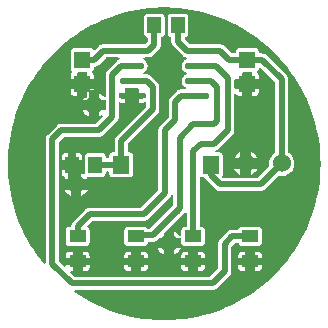
<source format=gtl>
G04 Layer: TopLayer*
G04 EasyEDA v6.5.22, 2023-02-12 10:45:47*
G04 3d9444fe1cb54b23bce2806f6c367247,ed70181f279245e6aff80281ee7dc86a,10*
G04 Gerber Generator version 0.2*
G04 Scale: 100 percent, Rotated: No, Reflected: No *
G04 Dimensions in millimeters *
G04 leading zeros omitted , absolute positions ,4 integer and 5 decimal *
%FSLAX45Y45*%
%MOMM*%

%AMMACRO1*21,1,$1,$2,0,0,$3*%
%ADD10C,0.5000*%
%ADD11O,2.0450048X0.58801*%
%ADD12R,1.3970X1.0160*%
%ADD13R,1.4000X1.5000*%
%ADD14MACRO1,1.377X1.1325X90.0000*%
%ADD15MACRO1,1.35X1.41X0.0000*%
%ADD16R,1.3500X1.4100*%
%ADD17C,1.5240*%
%ADD18C,0.0141*%

%LPD*%
G36*
X4974132Y3676142D02*
G01*
X4922824Y3678123D01*
X4871618Y3682136D01*
X4820615Y3688079D01*
X4769866Y3696055D01*
X4719472Y3705961D01*
X4669536Y3717798D01*
X4620056Y3731564D01*
X4571136Y3747262D01*
X4522876Y3764838D01*
X4475378Y3784244D01*
X4428591Y3805529D01*
X4382719Y3828592D01*
X4337761Y3853383D01*
X4293819Y3879951D01*
X4250893Y3908145D01*
X4242917Y3913886D01*
X4240072Y3916984D01*
X4238752Y3920998D01*
X4239158Y3925214D01*
X4241241Y3928922D01*
X4244695Y3931412D01*
X4248810Y3932275D01*
X5409996Y3932275D01*
X5415026Y3932529D01*
X5419852Y3933139D01*
X5424576Y3934206D01*
X5429199Y3935628D01*
X5433669Y3937508D01*
X5437936Y3939743D01*
X5442051Y3942334D01*
X5445861Y3945280D01*
X5449620Y3948684D01*
X5550916Y4049979D01*
X5554319Y4053738D01*
X5557266Y4057548D01*
X5559856Y4061663D01*
X5562092Y4065930D01*
X5563971Y4070400D01*
X5565394Y4075023D01*
X5566460Y4079748D01*
X5567070Y4084574D01*
X5567324Y4089603D01*
X5567324Y4295902D01*
X5568086Y4299762D01*
X5570270Y4303064D01*
X5595315Y4328109D01*
X5598617Y4330293D01*
X5602478Y4331055D01*
X5620105Y4331055D01*
X5623712Y4330395D01*
X5626862Y4328464D01*
X5629148Y4325569D01*
X5632602Y4318762D01*
X5636361Y4314240D01*
X5640933Y4310430D01*
X5646216Y4307636D01*
X5651957Y4305858D01*
X5658358Y4305249D01*
X5797092Y4305249D01*
X5803493Y4305858D01*
X5809234Y4307636D01*
X5814517Y4310430D01*
X5819089Y4314240D01*
X5822899Y4318812D01*
X5825693Y4324096D01*
X5827471Y4329836D01*
X5828080Y4336237D01*
X5828080Y4436872D01*
X5827471Y4443272D01*
X5825693Y4449013D01*
X5822899Y4454296D01*
X5819089Y4458868D01*
X5814517Y4462678D01*
X5809234Y4465472D01*
X5803493Y4467250D01*
X5797092Y4467860D01*
X5658358Y4467860D01*
X5651957Y4467250D01*
X5646216Y4465472D01*
X5640933Y4462678D01*
X5636361Y4458868D01*
X5632602Y4454347D01*
X5629148Y4447590D01*
X5626862Y4444695D01*
X5623712Y4442764D01*
X5620105Y4442104D01*
X5575503Y4442104D01*
X5570474Y4441850D01*
X5565648Y4441240D01*
X5560923Y4440174D01*
X5556300Y4438751D01*
X5551830Y4436872D01*
X5547563Y4434636D01*
X5543448Y4432046D01*
X5539638Y4429099D01*
X5535879Y4425696D01*
X5472684Y4362500D01*
X5469280Y4358741D01*
X5466334Y4354931D01*
X5463743Y4350816D01*
X5461508Y4346549D01*
X5459628Y4342079D01*
X5458206Y4337456D01*
X5457139Y4332732D01*
X5456529Y4327906D01*
X5456275Y4322876D01*
X5456275Y4116578D01*
X5455513Y4112717D01*
X5453329Y4109415D01*
X5390184Y4046270D01*
X5386882Y4044086D01*
X5383022Y4043324D01*
X4243578Y4043324D01*
X4239717Y4044086D01*
X4236415Y4046270D01*
X4208170Y4074566D01*
X4205935Y4077817D01*
X4205173Y4081729D01*
X4205935Y4085590D01*
X4208170Y4088892D01*
X4211472Y4091127D01*
X4215333Y4091889D01*
X4225950Y4091889D01*
X4225950Y4141419D01*
X4166870Y4141419D01*
X4166108Y4136491D01*
X4163872Y4133189D01*
X4160570Y4130954D01*
X4156710Y4130192D01*
X4152798Y4130954D01*
X4149547Y4133189D01*
X4109770Y4172915D01*
X4107586Y4176217D01*
X4106824Y4180078D01*
X4106824Y5179822D01*
X4107586Y5183682D01*
X4109770Y5186984D01*
X4147515Y5224729D01*
X4150817Y5226913D01*
X4154678Y5227675D01*
X4444796Y5227675D01*
X4449826Y5227929D01*
X4454652Y5228539D01*
X4459376Y5229606D01*
X4463999Y5231028D01*
X4468469Y5232908D01*
X4472736Y5235143D01*
X4476851Y5237734D01*
X4480661Y5240680D01*
X4484420Y5244084D01*
X4598416Y5358079D01*
X4601819Y5361838D01*
X4604766Y5365648D01*
X4607356Y5369763D01*
X4609592Y5374030D01*
X4611471Y5378500D01*
X4612894Y5383123D01*
X4613960Y5387848D01*
X4614570Y5392674D01*
X4614824Y5397703D01*
X4614824Y5511647D01*
X4615586Y5515559D01*
X4617821Y5518912D01*
X4621174Y5521096D01*
X4625136Y5521807D01*
X4629048Y5520944D01*
X4634280Y5518658D01*
X4643831Y5516219D01*
X4654143Y5515406D01*
X4669078Y5515406D01*
X4669078Y5554268D01*
X4624984Y5554268D01*
X4621072Y5555030D01*
X4617770Y5557215D01*
X4615586Y5560517D01*
X4614824Y5564428D01*
X4614824Y5586171D01*
X4615586Y5590082D01*
X4617770Y5593384D01*
X4621072Y5595569D01*
X4624984Y5596331D01*
X4669078Y5596331D01*
X4669078Y5632246D01*
X4669840Y5636107D01*
X4672025Y5639409D01*
X4675327Y5641594D01*
X4679238Y5642406D01*
X4773879Y5642406D01*
X4777740Y5641594D01*
X4781042Y5639409D01*
X4783226Y5636107D01*
X4784039Y5632246D01*
X4784039Y5596331D01*
X4836515Y5596331D01*
X4840427Y5595569D01*
X4843729Y5593384D01*
X4845913Y5590082D01*
X4846675Y5586171D01*
X4846675Y5564428D01*
X4845913Y5560517D01*
X4843729Y5557215D01*
X4840427Y5555030D01*
X4836515Y5554268D01*
X4784039Y5554268D01*
X4784039Y5515406D01*
X4798974Y5515406D01*
X4809236Y5516219D01*
X4818837Y5518658D01*
X4827879Y5522620D01*
X4830978Y5524652D01*
X4835042Y5526176D01*
X4839360Y5525922D01*
X4843170Y5523839D01*
X4845761Y5520385D01*
X4846675Y5516168D01*
X4846675Y5488178D01*
X4845913Y5484317D01*
X4843729Y5481015D01*
X4597400Y5234736D01*
X4593996Y5230977D01*
X4591050Y5227167D01*
X4588459Y5223052D01*
X4586224Y5218785D01*
X4584344Y5214315D01*
X4582922Y5209692D01*
X4581855Y5204968D01*
X4581245Y5200142D01*
X4580991Y5195112D01*
X4580991Y5106771D01*
X4580229Y5102860D01*
X4578045Y5099558D01*
X4574743Y5097373D01*
X4570831Y5096611D01*
X4567021Y5096611D01*
X4560570Y5095951D01*
X4554829Y5094224D01*
X4549597Y5091430D01*
X4544974Y5087620D01*
X4541164Y5082997D01*
X4538370Y5077764D01*
X4536643Y5072024D01*
X4535982Y5065572D01*
X4535982Y5056784D01*
X4535220Y5052872D01*
X4533036Y5049570D01*
X4529734Y5047386D01*
X4525822Y5046624D01*
X4515307Y5046624D01*
X4511395Y5047386D01*
X4508093Y5049570D01*
X4505909Y5052872D01*
X4505147Y5056784D01*
X4505147Y5059426D01*
X4504486Y5065877D01*
X4502759Y5071618D01*
X4499965Y5076850D01*
X4496155Y5081473D01*
X4491532Y5085283D01*
X4486300Y5088077D01*
X4480560Y5089804D01*
X4474108Y5090464D01*
X4361891Y5090464D01*
X4355439Y5089804D01*
X4349699Y5088077D01*
X4344466Y5085283D01*
X4339844Y5081473D01*
X4336034Y5076850D01*
X4333240Y5071618D01*
X4331512Y5065877D01*
X4330852Y5059426D01*
X4330852Y4922266D01*
X4329938Y4918049D01*
X4327398Y4914595D01*
X4323638Y4912512D01*
X4319371Y4912156D01*
X4315307Y4913630D01*
X4309922Y4917033D01*
X4307332Y4919268D01*
X4305706Y4922266D01*
X4305147Y4925618D01*
X4305147Y4950307D01*
X4279341Y4950307D01*
X4288028Y4948529D01*
X4292041Y4947158D01*
X4295648Y4945024D01*
X4298086Y4941620D01*
X4298950Y4937506D01*
X4298950Y4870450D01*
X4351274Y4870450D01*
X4347768Y4877511D01*
X4346752Y4881676D01*
X4347514Y4885893D01*
X4349953Y4889449D01*
X4353610Y4891633D01*
X4357878Y4892141D01*
X4361891Y4891735D01*
X4474108Y4891735D01*
X4480560Y4892395D01*
X4486300Y4894122D01*
X4491532Y4896916D01*
X4496155Y4900726D01*
X4499965Y4905349D01*
X4502759Y4910582D01*
X4504486Y4916322D01*
X4505147Y4922723D01*
X4505147Y4925415D01*
X4505909Y4929327D01*
X4508093Y4932629D01*
X4511395Y4934813D01*
X4515307Y4935575D01*
X4525822Y4935575D01*
X4529734Y4934813D01*
X4533036Y4932629D01*
X4535220Y4929327D01*
X4535982Y4925415D01*
X4535982Y4916576D01*
X4536643Y4910175D01*
X4538370Y4904435D01*
X4541164Y4899152D01*
X4544974Y4894580D01*
X4549597Y4890770D01*
X4554829Y4887976D01*
X4560570Y4886198D01*
X4567021Y4885588D01*
X4706010Y4885588D01*
X4712462Y4886198D01*
X4718151Y4887976D01*
X4723434Y4890770D01*
X4728057Y4894580D01*
X4731816Y4899152D01*
X4734661Y4904435D01*
X4736388Y4910175D01*
X4736998Y4916576D01*
X4736998Y5065572D01*
X4736388Y5072024D01*
X4734661Y5077764D01*
X4731816Y5082997D01*
X4728057Y5087620D01*
X4723434Y5091430D01*
X4718151Y5094224D01*
X4712462Y5095951D01*
X4706010Y5096611D01*
X4702200Y5096611D01*
X4698288Y5097373D01*
X4694986Y5099558D01*
X4692802Y5102860D01*
X4692040Y5106771D01*
X4692040Y5168138D01*
X4692802Y5171998D01*
X4694986Y5175300D01*
X4941316Y5421579D01*
X4944719Y5425338D01*
X4947666Y5429148D01*
X4950256Y5433263D01*
X4952492Y5437530D01*
X4954371Y5442000D01*
X4955794Y5446623D01*
X4956860Y5451348D01*
X4957470Y5456174D01*
X4957724Y5461203D01*
X4957724Y5651296D01*
X4957470Y5656326D01*
X4956860Y5661152D01*
X4955794Y5665876D01*
X4954371Y5670499D01*
X4952492Y5674969D01*
X4950256Y5679236D01*
X4947666Y5683351D01*
X4944719Y5687161D01*
X4941316Y5690920D01*
X4890820Y5741416D01*
X4887061Y5744819D01*
X4883251Y5747766D01*
X4879136Y5750356D01*
X4874869Y5752592D01*
X4870399Y5754471D01*
X4865776Y5755894D01*
X4861052Y5756960D01*
X4856226Y5757570D01*
X4851196Y5757824D01*
X4833213Y5757824D01*
X4828997Y5758738D01*
X4825542Y5761278D01*
X4823460Y5765088D01*
X4823104Y5769356D01*
X4824628Y5773420D01*
X4827625Y5776468D01*
X4836160Y5782056D01*
X4843424Y5788761D01*
X4849520Y5796534D01*
X4854244Y5805271D01*
X4857445Y5814618D01*
X4859070Y5824372D01*
X4859070Y5834227D01*
X4857445Y5843981D01*
X4854244Y5853328D01*
X4849520Y5862066D01*
X4843424Y5869838D01*
X4836160Y5876544D01*
X4827625Y5882132D01*
X4824628Y5885180D01*
X4823104Y5889244D01*
X4823460Y5893511D01*
X4825542Y5897321D01*
X4828997Y5899861D01*
X4833213Y5900775D01*
X4863896Y5900775D01*
X4868926Y5901029D01*
X4873752Y5901639D01*
X4878476Y5902706D01*
X4883099Y5904128D01*
X4887569Y5906008D01*
X4891836Y5908243D01*
X4895951Y5910834D01*
X4899761Y5913780D01*
X4903520Y5917184D01*
X4955540Y5969203D01*
X4958943Y5972962D01*
X4961890Y5976772D01*
X4964480Y5980887D01*
X4966716Y5985154D01*
X4968595Y5989624D01*
X4970018Y5994247D01*
X4971084Y5998972D01*
X4971694Y6003798D01*
X4971948Y6008827D01*
X4971948Y6063792D01*
X4972862Y6067958D01*
X4975402Y6071412D01*
X4979162Y6073495D01*
X4984800Y6075222D01*
X4990033Y6078016D01*
X4994656Y6081826D01*
X4998466Y6086449D01*
X5001260Y6091682D01*
X5002987Y6097422D01*
X5003647Y6103823D01*
X5003647Y6240526D01*
X5002987Y6246977D01*
X5001260Y6252718D01*
X4998466Y6257950D01*
X4994656Y6262573D01*
X4990033Y6266383D01*
X4984800Y6269177D01*
X4979060Y6270904D01*
X4972608Y6271564D01*
X4860391Y6271564D01*
X4853940Y6270904D01*
X4848199Y6269177D01*
X4842967Y6266383D01*
X4838344Y6262573D01*
X4834534Y6257950D01*
X4831740Y6252718D01*
X4830013Y6246977D01*
X4829352Y6240526D01*
X4829352Y6103823D01*
X4830013Y6097422D01*
X4831740Y6091682D01*
X4834534Y6086449D01*
X4838344Y6081826D01*
X4842967Y6078016D01*
X4848199Y6075222D01*
X4853686Y6073546D01*
X4857445Y6071463D01*
X4860036Y6068009D01*
X4860899Y6063843D01*
X4860899Y6035802D01*
X4860137Y6031941D01*
X4857953Y6028639D01*
X4844084Y6014770D01*
X4840782Y6012586D01*
X4836922Y6011824D01*
X4823510Y6011824D01*
X4809236Y6015380D01*
X4798974Y6016193D01*
X4654143Y6016193D01*
X4643831Y6015380D01*
X4633671Y6012688D01*
X4629556Y6011824D01*
X4483303Y6011824D01*
X4478274Y6011570D01*
X4473448Y6010960D01*
X4468723Y6009894D01*
X4464100Y6008471D01*
X4459630Y6006592D01*
X4455363Y6004356D01*
X4451248Y6001766D01*
X4447438Y5998819D01*
X4443679Y5995416D01*
X4413300Y5964986D01*
X4409795Y5962700D01*
X4405630Y5962040D01*
X4401566Y5963107D01*
X4398264Y5965748D01*
X4394352Y5970524D01*
X4389729Y5974334D01*
X4384446Y5977128D01*
X4378756Y5978855D01*
X4372305Y5979515D01*
X4238294Y5979515D01*
X4231843Y5978855D01*
X4226153Y5977128D01*
X4220870Y5974334D01*
X4216247Y5970524D01*
X4212488Y5965901D01*
X4209643Y5960668D01*
X4207916Y5954928D01*
X4207306Y5948527D01*
X4207306Y5808522D01*
X4207916Y5802071D01*
X4209643Y5796330D01*
X4212488Y5791098D01*
X4219143Y5782868D01*
X4220108Y5778500D01*
X4219143Y5774131D01*
X4212488Y5765901D01*
X4209643Y5760669D01*
X4207916Y5754928D01*
X4207306Y5748477D01*
X4207306Y5720080D01*
X4265218Y5720080D01*
X4265218Y5767324D01*
X4265980Y5771235D01*
X4268165Y5774537D01*
X4271467Y5776722D01*
X4275378Y5777484D01*
X4335221Y5777484D01*
X4339132Y5776722D01*
X4342434Y5774537D01*
X4344619Y5771235D01*
X4345381Y5767324D01*
X4345381Y5720080D01*
X4403293Y5720080D01*
X4403293Y5748477D01*
X4402683Y5754928D01*
X4400956Y5760669D01*
X4398111Y5765901D01*
X4391456Y5774131D01*
X4390491Y5778500D01*
X4391456Y5782868D01*
X4398111Y5791098D01*
X4400956Y5796330D01*
X4402683Y5802071D01*
X4403293Y5808522D01*
X4403293Y5813501D01*
X4404004Y5817158D01*
X4405934Y5820359D01*
X4408881Y5822594D01*
X4412488Y5823610D01*
X4415078Y5823864D01*
X4419650Y5824880D01*
X4424273Y5826353D01*
X4428744Y5828182D01*
X4433062Y5830417D01*
X4437126Y5833059D01*
X4440986Y5836005D01*
X4444695Y5839409D01*
X4503115Y5897829D01*
X4506417Y5900013D01*
X4510278Y5900775D01*
X4612132Y5900775D01*
X4616043Y5900013D01*
X4619294Y5897829D01*
X4621530Y5894527D01*
X4622292Y5890615D01*
X4621530Y5886754D01*
X4619294Y5883452D01*
X4616043Y5881268D01*
X4612030Y5879592D01*
X4607763Y5877356D01*
X4603648Y5874766D01*
X4599838Y5871819D01*
X4596079Y5868416D01*
X4520184Y5792520D01*
X4516780Y5788761D01*
X4513834Y5784951D01*
X4511243Y5780836D01*
X4509008Y5776569D01*
X4507128Y5772099D01*
X4505706Y5767476D01*
X4504639Y5762752D01*
X4504029Y5757926D01*
X4503775Y5752896D01*
X4503775Y5577078D01*
X4502962Y5573064D01*
X4500676Y5569712D01*
X4497222Y5567578D01*
X4493209Y5566918D01*
X4489246Y5567934D01*
X4485995Y5570372D01*
X4482338Y5574538D01*
X4471822Y5583732D01*
X4460240Y5591505D01*
X4451350Y5595874D01*
X4451350Y5543550D01*
X4493615Y5543550D01*
X4497527Y5542788D01*
X4500829Y5540552D01*
X4503013Y5537301D01*
X4503775Y5533390D01*
X4503775Y5464810D01*
X4503013Y5460898D01*
X4500829Y5457647D01*
X4497527Y5455412D01*
X4493615Y5454650D01*
X4451350Y5454650D01*
X4451350Y5402326D01*
X4460240Y5406694D01*
X4464151Y5409336D01*
X4468114Y5410911D01*
X4472330Y5410708D01*
X4476140Y5408828D01*
X4478832Y5405526D01*
X4479950Y5401462D01*
X4479290Y5397246D01*
X4477004Y5393690D01*
X4424984Y5341670D01*
X4421682Y5339486D01*
X4417822Y5338724D01*
X4127703Y5338724D01*
X4122674Y5338470D01*
X4117848Y5337860D01*
X4113123Y5336794D01*
X4108500Y5335371D01*
X4104030Y5333492D01*
X4099763Y5331256D01*
X4095648Y5328666D01*
X4091838Y5325719D01*
X4088079Y5322316D01*
X4012184Y5246420D01*
X4008780Y5242661D01*
X4005834Y5238851D01*
X4003243Y5234736D01*
X4001008Y5230469D01*
X3999128Y5225999D01*
X3997706Y5221376D01*
X3996639Y5216652D01*
X3996029Y5211826D01*
X3995775Y5206796D01*
X3995775Y4165092D01*
X3994962Y4161078D01*
X3992575Y4157675D01*
X3989019Y4155541D01*
X3984904Y4154982D01*
X3980942Y4156100D01*
X3977741Y4158742D01*
X3953306Y4189018D01*
X3922674Y4230217D01*
X3893616Y4272534D01*
X3866235Y4316018D01*
X3840581Y4360468D01*
X3816654Y4405934D01*
X3794506Y4452264D01*
X3774186Y4499406D01*
X3755694Y4547311D01*
X3739083Y4595876D01*
X3724351Y4645101D01*
X3711549Y4694834D01*
X3700678Y4745024D01*
X3691788Y4795570D01*
X3684828Y4846472D01*
X3679850Y4897577D01*
X3676904Y4948834D01*
X3675887Y5000193D01*
X3676904Y5051552D01*
X3679901Y5102809D01*
X3684879Y5153914D01*
X3691839Y5204764D01*
X3700729Y5255361D01*
X3711651Y5305552D01*
X3724452Y5355285D01*
X3739184Y5404459D01*
X3755796Y5453024D01*
X3774338Y5500928D01*
X3794658Y5548071D01*
X3816807Y5594400D01*
X3840784Y5639866D01*
X3866438Y5684316D01*
X3893820Y5727750D01*
X3922877Y5770118D01*
X3953560Y5811266D01*
X3985818Y5851245D01*
X4019550Y5889955D01*
X4054805Y5927293D01*
X4091482Y5963259D01*
X4129532Y5997752D01*
X4168851Y6030722D01*
X4209440Y6062218D01*
X4251248Y6092037D01*
X4294124Y6120282D01*
X4338116Y6146800D01*
X4383074Y6171590D01*
X4428947Y6194653D01*
X4475734Y6215888D01*
X4523282Y6235293D01*
X4571542Y6252819D01*
X4620412Y6268516D01*
X4669891Y6282283D01*
X4719878Y6294120D01*
X4770272Y6304026D01*
X4820970Y6311950D01*
X4872024Y6317894D01*
X4923180Y6321856D01*
X4974488Y6323838D01*
X5025847Y6323838D01*
X5077155Y6321856D01*
X5128361Y6317843D01*
X5179364Y6311900D01*
X5230114Y6303924D01*
X5280507Y6294018D01*
X5330444Y6282182D01*
X5379923Y6268415D01*
X5428843Y6252718D01*
X5477103Y6235141D01*
X5524601Y6215735D01*
X5571388Y6194450D01*
X5617260Y6171387D01*
X5662218Y6146596D01*
X5706160Y6120028D01*
X5749086Y6091834D01*
X5790844Y6061964D01*
X5831433Y6030518D01*
X5870752Y5997498D01*
X5908802Y5962954D01*
X5945428Y5926988D01*
X5980684Y5889650D01*
X6014415Y5850940D01*
X6046673Y5810961D01*
X6077305Y5769762D01*
X6106363Y5727446D01*
X6133744Y5683961D01*
X6159398Y5639511D01*
X6183325Y5594045D01*
X6205474Y5547715D01*
X6225794Y5500573D01*
X6244285Y5452668D01*
X6260896Y5404104D01*
X6275628Y5354878D01*
X6288430Y5305145D01*
X6299301Y5254955D01*
X6308191Y5204409D01*
X6315151Y5153507D01*
X6320129Y5102402D01*
X6323076Y5051145D01*
X6324092Y4999786D01*
X6323076Y4948428D01*
X6320078Y4897170D01*
X6315100Y4846066D01*
X6308140Y4795215D01*
X6299250Y4744618D01*
X6288328Y4694428D01*
X6275527Y4644694D01*
X6260795Y4595520D01*
X6244183Y4546955D01*
X6225641Y4499051D01*
X6205321Y4451908D01*
X6183172Y4405579D01*
X6159195Y4360113D01*
X6133541Y4315663D01*
X6106160Y4272229D01*
X6077102Y4229862D01*
X6046419Y4188714D01*
X6014161Y4148734D01*
X5980430Y4110024D01*
X5945174Y4072686D01*
X5908497Y4036720D01*
X5870448Y4002227D01*
X5831128Y3969258D01*
X5790539Y3937762D01*
X5748731Y3907942D01*
X5705856Y3879697D01*
X5661863Y3853179D01*
X5616905Y3828389D01*
X5571032Y3805326D01*
X5524246Y3784092D01*
X5476697Y3764686D01*
X5428437Y3747160D01*
X5379567Y3731463D01*
X5330088Y3717696D01*
X5280101Y3705860D01*
X5229707Y3695954D01*
X5179009Y3688029D01*
X5128006Y3682085D01*
X5076799Y3678123D01*
X5025491Y3676142D01*
G37*

%LPC*%
G36*
X4693158Y4091889D02*
G01*
X4721250Y4091889D01*
X4721250Y4141419D01*
X4662170Y4141419D01*
X4662170Y4122877D01*
X4662779Y4116476D01*
X4664557Y4110736D01*
X4667351Y4105452D01*
X4671161Y4100880D01*
X4675733Y4097070D01*
X4681016Y4094276D01*
X4686757Y4092498D01*
G37*
G36*
X5175758Y4091889D02*
G01*
X5203850Y4091889D01*
X5203850Y4141419D01*
X5144770Y4141419D01*
X5144770Y4122877D01*
X5145379Y4116476D01*
X5147157Y4110736D01*
X5149951Y4105452D01*
X5153761Y4100880D01*
X5158333Y4097070D01*
X5163616Y4094276D01*
X5169357Y4092498D01*
G37*
G36*
X4803800Y4091889D02*
G01*
X4831892Y4091889D01*
X4838293Y4092498D01*
X4844034Y4094276D01*
X4849317Y4097070D01*
X4853889Y4100880D01*
X4857699Y4105452D01*
X4860493Y4110736D01*
X4862271Y4116476D01*
X4862880Y4122877D01*
X4862880Y4141419D01*
X4803800Y4141419D01*
G37*
G36*
X5286400Y4091889D02*
G01*
X5314492Y4091889D01*
X5320893Y4092498D01*
X5326634Y4094276D01*
X5331917Y4097070D01*
X5336489Y4100880D01*
X5340299Y4105452D01*
X5343093Y4110736D01*
X5344871Y4116476D01*
X5345480Y4122877D01*
X5345480Y4141419D01*
X5286400Y4141419D01*
G37*
G36*
X4308500Y4091889D02*
G01*
X4336592Y4091889D01*
X4342993Y4092498D01*
X4348734Y4094276D01*
X4354017Y4097070D01*
X4358589Y4100880D01*
X4362399Y4105452D01*
X4365193Y4110736D01*
X4366971Y4116476D01*
X4367580Y4122877D01*
X4367580Y4141419D01*
X4308500Y4141419D01*
G37*
G36*
X5658358Y4091889D02*
G01*
X5686450Y4091889D01*
X5686450Y4141419D01*
X5627370Y4141419D01*
X5627370Y4122877D01*
X5627979Y4116476D01*
X5629757Y4110736D01*
X5632551Y4105452D01*
X5636361Y4100880D01*
X5640933Y4097070D01*
X5646216Y4094276D01*
X5651957Y4092498D01*
G37*
G36*
X5769000Y4091889D02*
G01*
X5797092Y4091889D01*
X5803493Y4092498D01*
X5809234Y4094276D01*
X5814517Y4097070D01*
X5819089Y4100880D01*
X5822899Y4105452D01*
X5825693Y4110736D01*
X5827471Y4116476D01*
X5828080Y4122877D01*
X5828080Y4141419D01*
X5769000Y4141419D01*
G37*
G36*
X5144770Y4204919D02*
G01*
X5203850Y4204919D01*
X5203850Y4254500D01*
X5175758Y4254500D01*
X5169357Y4253890D01*
X5163616Y4252112D01*
X5158333Y4249318D01*
X5153761Y4245508D01*
X5149951Y4240936D01*
X5147157Y4235653D01*
X5145379Y4229912D01*
X5144770Y4223512D01*
G37*
G36*
X4308500Y4204919D02*
G01*
X4367580Y4204919D01*
X4367580Y4223512D01*
X4366971Y4229912D01*
X4365193Y4235653D01*
X4362399Y4240936D01*
X4358589Y4245508D01*
X4354017Y4249318D01*
X4348734Y4252112D01*
X4342993Y4253890D01*
X4336592Y4254500D01*
X4308500Y4254500D01*
G37*
G36*
X4803800Y4204919D02*
G01*
X4862880Y4204919D01*
X4862880Y4223512D01*
X4862271Y4229912D01*
X4860493Y4235653D01*
X4857699Y4240936D01*
X4853889Y4245508D01*
X4849317Y4249318D01*
X4844034Y4252112D01*
X4838293Y4253890D01*
X4831892Y4254500D01*
X4803800Y4254500D01*
G37*
G36*
X4662170Y4204919D02*
G01*
X4721250Y4204919D01*
X4721250Y4254500D01*
X4693158Y4254500D01*
X4686757Y4253890D01*
X4681016Y4252112D01*
X4675733Y4249318D01*
X4671161Y4245508D01*
X4667351Y4240936D01*
X4664557Y4235653D01*
X4662779Y4229912D01*
X4662170Y4223512D01*
G37*
G36*
X5286400Y4204919D02*
G01*
X5345480Y4204919D01*
X5345480Y4223512D01*
X5344871Y4229912D01*
X5343093Y4235653D01*
X5340299Y4240936D01*
X5336489Y4245508D01*
X5331917Y4249318D01*
X5326634Y4252112D01*
X5320893Y4253890D01*
X5314492Y4254500D01*
X5286400Y4254500D01*
G37*
G36*
X5627370Y4204919D02*
G01*
X5686450Y4204919D01*
X5686450Y4254500D01*
X5658358Y4254500D01*
X5651957Y4253890D01*
X5646216Y4252112D01*
X5640933Y4249318D01*
X5636361Y4245508D01*
X5632551Y4240936D01*
X5629757Y4235653D01*
X5627979Y4229912D01*
X5627370Y4223512D01*
G37*
G36*
X4166870Y4204919D02*
G01*
X4225950Y4204919D01*
X4225950Y4254500D01*
X4197858Y4254500D01*
X4191457Y4253890D01*
X4185716Y4252112D01*
X4180433Y4249318D01*
X4175861Y4245508D01*
X4172051Y4240936D01*
X4169257Y4235653D01*
X4167479Y4229912D01*
X4166870Y4223512D01*
G37*
G36*
X5769000Y4204919D02*
G01*
X5828080Y4204919D01*
X5828080Y4223512D01*
X5827471Y4229912D01*
X5825693Y4235653D01*
X5822899Y4240936D01*
X5819089Y4245508D01*
X5814517Y4249318D01*
X5809234Y4252112D01*
X5803493Y4253890D01*
X5797092Y4254500D01*
X5769000Y4254500D01*
G37*
G36*
X4997450Y4233926D02*
G01*
X4997450Y4286250D01*
X4945126Y4286250D01*
X4949494Y4277360D01*
X4957267Y4265777D01*
X4966462Y4255262D01*
X4976977Y4246067D01*
X4988560Y4238294D01*
G37*
G36*
X5086350Y4233926D02*
G01*
X5095240Y4238294D01*
X5106822Y4246067D01*
X5117338Y4255262D01*
X5126532Y4265777D01*
X5134305Y4277360D01*
X5138674Y4286250D01*
X5086350Y4286250D01*
G37*
G36*
X4197858Y4305249D02*
G01*
X4336592Y4305249D01*
X4342993Y4305858D01*
X4348734Y4307636D01*
X4354017Y4310430D01*
X4358589Y4314240D01*
X4362399Y4318812D01*
X4365193Y4324096D01*
X4366971Y4329836D01*
X4367580Y4336237D01*
X4367580Y4436872D01*
X4366971Y4443272D01*
X4365193Y4449013D01*
X4362399Y4454296D01*
X4358589Y4458868D01*
X4353864Y4462780D01*
X4351223Y4466082D01*
X4350156Y4470146D01*
X4350816Y4474311D01*
X4353102Y4477816D01*
X4388815Y4513529D01*
X4392117Y4515713D01*
X4395978Y4516475D01*
X4825796Y4516475D01*
X4830826Y4516729D01*
X4835652Y4517339D01*
X4840376Y4518406D01*
X4844999Y4519828D01*
X4849469Y4521708D01*
X4853736Y4523943D01*
X4857851Y4526534D01*
X4861661Y4529480D01*
X4865420Y4532884D01*
X5042916Y4710379D01*
X5046319Y4714138D01*
X5049266Y4717948D01*
X5051856Y4722063D01*
X5054092Y4726330D01*
X5055768Y4730343D01*
X5057952Y4733594D01*
X5061254Y4735830D01*
X5065115Y4736592D01*
X5069027Y4735830D01*
X5072329Y4733594D01*
X5074513Y4730343D01*
X5075275Y4726432D01*
X5075275Y4649978D01*
X5074513Y4646117D01*
X5072329Y4642815D01*
X4882184Y4452670D01*
X4878882Y4450486D01*
X4875022Y4449724D01*
X4866233Y4449724D01*
X4861864Y4450689D01*
X4858359Y4453432D01*
X4853889Y4458919D01*
X4849317Y4462678D01*
X4844034Y4465472D01*
X4838293Y4467250D01*
X4831892Y4467860D01*
X4693158Y4467860D01*
X4686757Y4467250D01*
X4681016Y4465472D01*
X4675733Y4462678D01*
X4671161Y4458868D01*
X4667351Y4454296D01*
X4664557Y4449013D01*
X4662779Y4443272D01*
X4662170Y4436872D01*
X4662170Y4336237D01*
X4662779Y4329836D01*
X4664557Y4324096D01*
X4667351Y4318812D01*
X4671161Y4314240D01*
X4675733Y4310430D01*
X4681016Y4307636D01*
X4686757Y4305858D01*
X4693158Y4305249D01*
X4831892Y4305249D01*
X4838293Y4305858D01*
X4844034Y4307636D01*
X4849317Y4310430D01*
X4853889Y4314240D01*
X4857699Y4318812D01*
X4860493Y4324045D01*
X4862576Y4331309D01*
X4864608Y4335170D01*
X4868113Y4337761D01*
X4872329Y4338675D01*
X4901996Y4338675D01*
X4907026Y4338929D01*
X4911852Y4339539D01*
X4916525Y4340606D01*
X4921656Y4342231D01*
X4925669Y4343908D01*
X4929936Y4346143D01*
X4934051Y4348734D01*
X4937861Y4351680D01*
X4941620Y4355084D01*
X4958689Y4372152D01*
X4961991Y4374388D01*
X4965852Y4375150D01*
X4997450Y4375150D01*
X4997450Y4406747D01*
X4998212Y4410608D01*
X5000447Y4413910D01*
X5169865Y4583379D01*
X5173929Y4587849D01*
X5177180Y4590288D01*
X5181092Y4591202D01*
X5185105Y4590542D01*
X5188508Y4588357D01*
X5190794Y4585004D01*
X5191607Y4581042D01*
X5191607Y4478020D01*
X5190845Y4474159D01*
X5188661Y4470857D01*
X5185359Y4468622D01*
X5181447Y4467860D01*
X5175758Y4467860D01*
X5169357Y4467250D01*
X5163616Y4465472D01*
X5158333Y4462678D01*
X5153761Y4458868D01*
X5149951Y4454296D01*
X5147157Y4449013D01*
X5145379Y4443272D01*
X5144770Y4436872D01*
X5144770Y4401870D01*
X5143957Y4397857D01*
X5141620Y4394504D01*
X5138166Y4392371D01*
X5134152Y4391710D01*
X5130190Y4392676D01*
X5126990Y4395165D01*
X5117338Y4406138D01*
X5106822Y4415332D01*
X5095240Y4423105D01*
X5086350Y4427474D01*
X5086350Y4375150D01*
X5134610Y4375150D01*
X5138470Y4374388D01*
X5141772Y4372152D01*
X5144008Y4368901D01*
X5144770Y4364990D01*
X5144770Y4336237D01*
X5145379Y4329836D01*
X5147157Y4324096D01*
X5149951Y4318812D01*
X5153761Y4314240D01*
X5158333Y4310430D01*
X5163616Y4307636D01*
X5169357Y4305858D01*
X5175758Y4305249D01*
X5314492Y4305249D01*
X5320893Y4305858D01*
X5326634Y4307636D01*
X5331917Y4310430D01*
X5336489Y4314240D01*
X5340299Y4318812D01*
X5343093Y4324096D01*
X5344871Y4329836D01*
X5345480Y4336237D01*
X5345480Y4436872D01*
X5344871Y4443272D01*
X5343093Y4449013D01*
X5340299Y4454296D01*
X5336489Y4458868D01*
X5331917Y4462678D01*
X5326634Y4465472D01*
X5320893Y4467250D01*
X5312816Y4467860D01*
X5308904Y4468622D01*
X5305602Y4470857D01*
X5303418Y4474159D01*
X5302656Y4478020D01*
X5302656Y4877968D01*
X5303316Y4881676D01*
X5305348Y4884877D01*
X5308346Y4887112D01*
X5312003Y4888077D01*
X5315762Y4887671D01*
X5320538Y4886198D01*
X5326989Y4885588D01*
X5336997Y4885588D01*
X5340604Y4884928D01*
X5343753Y4882997D01*
X5345988Y4880102D01*
X5348427Y4875479D01*
X5351018Y4871364D01*
X5353964Y4867554D01*
X5357368Y4863795D01*
X5434279Y4786884D01*
X5438038Y4783480D01*
X5441848Y4780534D01*
X5445963Y4777943D01*
X5450230Y4775708D01*
X5454700Y4773828D01*
X5459323Y4772406D01*
X5464048Y4771339D01*
X5468874Y4770729D01*
X5473903Y4770475D01*
X5816396Y4770475D01*
X5821426Y4770729D01*
X5826252Y4771339D01*
X5830976Y4772406D01*
X5835599Y4773828D01*
X5840069Y4775708D01*
X5844336Y4777943D01*
X5848451Y4780534D01*
X5852261Y4783480D01*
X5856020Y4786884D01*
X5965494Y4896408D01*
X5968187Y4898339D01*
X5971336Y4899304D01*
X5974689Y4899202D01*
X5980480Y4898034D01*
X5994400Y4897120D01*
X6008319Y4898034D01*
X6022035Y4900726D01*
X6035243Y4905248D01*
X6047740Y4911394D01*
X6059322Y4919167D01*
X6069838Y4928362D01*
X6079032Y4938877D01*
X6086805Y4950460D01*
X6092952Y4962956D01*
X6097473Y4976164D01*
X6100165Y4989880D01*
X6101080Y5003800D01*
X6100165Y5017719D01*
X6097473Y5031435D01*
X6092952Y5044643D01*
X6086805Y5057140D01*
X6079032Y5068722D01*
X6069838Y5079238D01*
X6059322Y5088432D01*
X6054445Y5091734D01*
X6052007Y5093970D01*
X6050432Y5096916D01*
X6049924Y5100167D01*
X6049924Y5714796D01*
X6049670Y5719826D01*
X6049060Y5724652D01*
X6047994Y5729376D01*
X6046571Y5733999D01*
X6044692Y5738469D01*
X6042456Y5742736D01*
X6039866Y5746851D01*
X6036919Y5750661D01*
X6033516Y5754420D01*
X5870295Y5917590D01*
X5866587Y5920994D01*
X5862726Y5923940D01*
X5858662Y5926582D01*
X5854344Y5928817D01*
X5849874Y5930646D01*
X5845251Y5932119D01*
X5840526Y5933135D01*
X5835751Y5933795D01*
X5830671Y5933998D01*
X5810453Y5933998D01*
X5806592Y5934760D01*
X5803290Y5936996D01*
X5801106Y5940298D01*
X5800293Y5944158D01*
X5800293Y5948527D01*
X5799683Y5954928D01*
X5797956Y5960668D01*
X5795111Y5965901D01*
X5791352Y5970524D01*
X5786729Y5974334D01*
X5781446Y5977128D01*
X5775756Y5978855D01*
X5769305Y5979515D01*
X5635294Y5979515D01*
X5628843Y5978855D01*
X5623153Y5977128D01*
X5617870Y5974334D01*
X5613247Y5970524D01*
X5609488Y5965901D01*
X5606643Y5960668D01*
X5604916Y5954928D01*
X5604306Y5948527D01*
X5604306Y5944158D01*
X5603494Y5940298D01*
X5601309Y5936996D01*
X5598007Y5934760D01*
X5594146Y5933998D01*
X5578703Y5933998D01*
X5574792Y5934760D01*
X5571540Y5936996D01*
X5513120Y5995416D01*
X5509361Y5998819D01*
X5505551Y6001766D01*
X5501436Y6004356D01*
X5497169Y6006592D01*
X5492699Y6008471D01*
X5488076Y6009894D01*
X5483352Y6010960D01*
X5478526Y6011570D01*
X5473496Y6011824D01*
X5378043Y6011824D01*
X5363768Y6015380D01*
X5353456Y6016193D01*
X5217109Y6016193D01*
X5213197Y6017006D01*
X5209895Y6019190D01*
X5174996Y6054140D01*
X5172760Y6057392D01*
X5171998Y6061303D01*
X5171998Y6063792D01*
X5172913Y6068009D01*
X5175453Y6071412D01*
X5179212Y6073495D01*
X5184800Y6075222D01*
X5190032Y6078016D01*
X5194655Y6081826D01*
X5198465Y6086449D01*
X5201259Y6091682D01*
X5202986Y6097422D01*
X5203647Y6103823D01*
X5203647Y6240526D01*
X5202986Y6246977D01*
X5201259Y6252718D01*
X5198465Y6257950D01*
X5194655Y6262573D01*
X5190032Y6266383D01*
X5184800Y6269177D01*
X5179060Y6270904D01*
X5172608Y6271564D01*
X5060391Y6271564D01*
X5053939Y6270904D01*
X5048199Y6269177D01*
X5042966Y6266383D01*
X5038344Y6262573D01*
X5034534Y6257950D01*
X5031740Y6252718D01*
X5030012Y6246977D01*
X5029352Y6240526D01*
X5029352Y6103823D01*
X5030012Y6097422D01*
X5031740Y6091682D01*
X5034534Y6086449D01*
X5038344Y6081826D01*
X5042966Y6078016D01*
X5048199Y6075222D01*
X5053787Y6073546D01*
X5057546Y6071463D01*
X5060086Y6068009D01*
X5061000Y6063792D01*
X5061000Y6034328D01*
X5061204Y6029248D01*
X5061864Y6024473D01*
X5062880Y6019749D01*
X5064353Y6015126D01*
X5066182Y6010656D01*
X5068417Y6006338D01*
X5071059Y6002274D01*
X5074005Y5998413D01*
X5077409Y5994704D01*
X5154879Y5917184D01*
X5158638Y5913780D01*
X5162448Y5910834D01*
X5166563Y5908243D01*
X5170830Y5906008D01*
X5175199Y5904179D01*
X5181498Y5902401D01*
X5185156Y5900470D01*
X5187746Y5897270D01*
X5188864Y5893308D01*
X5188305Y5889244D01*
X5186172Y5885688D01*
X5182819Y5883300D01*
X5179720Y5881979D01*
X5171440Y5876544D01*
X5164175Y5869838D01*
X5158079Y5862066D01*
X5153355Y5853328D01*
X5150154Y5843981D01*
X5148529Y5834227D01*
X5148529Y5824372D01*
X5150154Y5814618D01*
X5153355Y5805271D01*
X5158079Y5796534D01*
X5164175Y5788761D01*
X5171440Y5782056D01*
X5179720Y5776620D01*
X5183225Y5775096D01*
X5186426Y5772861D01*
X5188559Y5769610D01*
X5189270Y5765800D01*
X5188559Y5761990D01*
X5186426Y5758738D01*
X5183225Y5756503D01*
X5179720Y5754979D01*
X5171440Y5749544D01*
X5164175Y5742838D01*
X5158079Y5735066D01*
X5153355Y5726328D01*
X5150154Y5716981D01*
X5148529Y5707227D01*
X5148529Y5697372D01*
X5150154Y5687618D01*
X5153355Y5678271D01*
X5158079Y5669534D01*
X5164175Y5661761D01*
X5171440Y5655056D01*
X5179974Y5649468D01*
X5182971Y5646420D01*
X5184495Y5642356D01*
X5184140Y5638088D01*
X5182057Y5634278D01*
X5178602Y5631738D01*
X5174386Y5630824D01*
X5143703Y5630824D01*
X5138674Y5630570D01*
X5133848Y5629960D01*
X5129123Y5628894D01*
X5124500Y5627471D01*
X5120030Y5625592D01*
X5115763Y5623356D01*
X5111648Y5620766D01*
X5107838Y5617819D01*
X5104079Y5614416D01*
X5053584Y5563920D01*
X5050180Y5560161D01*
X5047234Y5556351D01*
X5044643Y5552236D01*
X5042408Y5547969D01*
X5040528Y5543499D01*
X5039106Y5538876D01*
X5038039Y5534152D01*
X5037429Y5529326D01*
X5037175Y5524296D01*
X5037175Y5399278D01*
X5036413Y5395417D01*
X5034229Y5392115D01*
X4964684Y5322620D01*
X4961280Y5318861D01*
X4958334Y5315051D01*
X4955743Y5310936D01*
X4953508Y5306669D01*
X4951628Y5302199D01*
X4950206Y5297576D01*
X4949139Y5292852D01*
X4948529Y5288026D01*
X4948275Y5282996D01*
X4948275Y4776978D01*
X4947513Y4773117D01*
X4945329Y4769815D01*
X4805984Y4630470D01*
X4802682Y4628286D01*
X4798822Y4627524D01*
X4369003Y4627524D01*
X4363974Y4627270D01*
X4359148Y4626660D01*
X4354423Y4625594D01*
X4349800Y4624171D01*
X4345330Y4622292D01*
X4341063Y4620056D01*
X4336948Y4617466D01*
X4333138Y4614519D01*
X4329379Y4611116D01*
X4228134Y4509820D01*
X4224731Y4506112D01*
X4221784Y4502251D01*
X4219143Y4498187D01*
X4216908Y4493869D01*
X4215079Y4489399D01*
X4213606Y4484776D01*
X4212590Y4480153D01*
X4212234Y4476902D01*
X4211167Y4473397D01*
X4208932Y4470450D01*
X4205782Y4468520D01*
X4202125Y4467860D01*
X4197858Y4467860D01*
X4191457Y4467250D01*
X4185716Y4465472D01*
X4180433Y4462678D01*
X4175861Y4458868D01*
X4172051Y4454296D01*
X4169257Y4449013D01*
X4167479Y4443272D01*
X4166870Y4436872D01*
X4166870Y4336237D01*
X4167479Y4329836D01*
X4169257Y4324096D01*
X4172051Y4318812D01*
X4175861Y4314240D01*
X4180433Y4310430D01*
X4185716Y4307636D01*
X4191457Y4305858D01*
G37*
G36*
X4210050Y4729226D02*
G01*
X4210050Y4781550D01*
X4157726Y4781550D01*
X4162094Y4772660D01*
X4169867Y4761077D01*
X4179062Y4750562D01*
X4189577Y4741367D01*
X4201160Y4733594D01*
G37*
G36*
X4298950Y4729226D02*
G01*
X4307840Y4733594D01*
X4319422Y4741367D01*
X4329938Y4750562D01*
X4339132Y4761077D01*
X4346905Y4772660D01*
X4351274Y4781550D01*
X4298950Y4781550D01*
G37*
G36*
X4157726Y4870450D02*
G01*
X4210050Y4870450D01*
X4210050Y4871415D01*
X4193489Y4871415D01*
X4189628Y4872177D01*
X4186326Y4874412D01*
X4184091Y4877714D01*
X4183329Y4881575D01*
X4183329Y4950307D01*
X4130852Y4950307D01*
X4130852Y4922723D01*
X4131513Y4916322D01*
X4133240Y4910582D01*
X4136034Y4905349D01*
X4139844Y4900726D01*
X4144467Y4896916D01*
X4149699Y4894122D01*
X4155389Y4892395D01*
X4159199Y4890262D01*
X4161739Y4886706D01*
X4162551Y4882438D01*
X4161536Y4878171D01*
G37*
G36*
X4130852Y5031892D02*
G01*
X4183329Y5031892D01*
X4183329Y5090464D01*
X4161891Y5090464D01*
X4155440Y5089804D01*
X4149699Y5088077D01*
X4144467Y5085283D01*
X4139844Y5081473D01*
X4136034Y5076850D01*
X4133240Y5071618D01*
X4131513Y5065877D01*
X4130852Y5059426D01*
G37*
G36*
X4252671Y5031892D02*
G01*
X4305147Y5031892D01*
X4305147Y5059426D01*
X4304487Y5065877D01*
X4302760Y5071618D01*
X4299966Y5076850D01*
X4296156Y5081473D01*
X4291533Y5085283D01*
X4286300Y5088077D01*
X4280560Y5089804D01*
X4274108Y5090464D01*
X4252671Y5090464D01*
G37*
G36*
X4362450Y5402326D02*
G01*
X4362450Y5454650D01*
X4310126Y5454650D01*
X4314494Y5445760D01*
X4322267Y5434177D01*
X4331462Y5423662D01*
X4341977Y5414467D01*
X4353560Y5406694D01*
G37*
G36*
X4310126Y5543550D02*
G01*
X4362450Y5543550D01*
X4362450Y5610606D01*
X4363313Y5614720D01*
X4365752Y5618124D01*
X4369358Y5620258D01*
X4374692Y5621934D01*
X4389678Y5624931D01*
X4403293Y5625896D01*
X4403293Y5636920D01*
X4345381Y5636920D01*
X4345381Y5567324D01*
X4344619Y5563463D01*
X4342434Y5560161D01*
X4339132Y5557926D01*
X4335221Y5557164D01*
X4317644Y5557164D01*
X4314494Y5552440D01*
G37*
G36*
X4238294Y5577484D02*
G01*
X4265218Y5577484D01*
X4265218Y5636920D01*
X4207306Y5636920D01*
X4207306Y5608472D01*
X4207916Y5602071D01*
X4209643Y5596331D01*
X4212488Y5591098D01*
X4216247Y5586476D01*
X4220870Y5582666D01*
X4226153Y5579872D01*
X4231843Y5578144D01*
G37*

%LPD*%
G36*
X5500878Y4881524D02*
G01*
X5497017Y4882286D01*
X5492546Y4885639D01*
X5490464Y4888687D01*
X5489600Y4892243D01*
X5490057Y4895900D01*
X5494629Y4904435D01*
X5496356Y4910175D01*
X5497017Y4916576D01*
X5497017Y5065572D01*
X5496356Y5072024D01*
X5494629Y5077764D01*
X5491835Y5082997D01*
X5488025Y5087620D01*
X5483402Y5091430D01*
X5478170Y5094224D01*
X5472430Y5095951D01*
X5465978Y5096611D01*
X5443982Y5096611D01*
X5440070Y5097373D01*
X5436768Y5099608D01*
X5434584Y5102961D01*
X5433822Y5106873D01*
X5434634Y5110784D01*
X5436920Y5114036D01*
X5440273Y5116220D01*
X5446420Y5118658D01*
X5450636Y5120843D01*
X5454751Y5123434D01*
X5458561Y5126380D01*
X5462320Y5129784D01*
X5576316Y5243779D01*
X5579719Y5247538D01*
X5582666Y5251348D01*
X5585256Y5255463D01*
X5587492Y5259730D01*
X5589371Y5264200D01*
X5590794Y5268823D01*
X5591860Y5273548D01*
X5592470Y5278374D01*
X5592724Y5283403D01*
X5592724Y5583123D01*
X5593537Y5587136D01*
X5595924Y5590540D01*
X5599430Y5592673D01*
X5603544Y5593232D01*
X5607507Y5592165D01*
X5610707Y5589574D01*
X5613247Y5586476D01*
X5617870Y5582666D01*
X5623153Y5579872D01*
X5628843Y5578144D01*
X5635294Y5577484D01*
X5662218Y5577484D01*
X5662218Y5636920D01*
X5602884Y5636920D01*
X5598972Y5637682D01*
X5595670Y5639866D01*
X5593486Y5643168D01*
X5592724Y5647080D01*
X5592724Y5709920D01*
X5593486Y5713831D01*
X5595670Y5717133D01*
X5598972Y5719318D01*
X5602884Y5720080D01*
X5662218Y5720080D01*
X5662218Y5767324D01*
X5662980Y5771235D01*
X5665165Y5774537D01*
X5668467Y5776722D01*
X5672378Y5777484D01*
X5732221Y5777484D01*
X5736132Y5776722D01*
X5739434Y5774537D01*
X5741619Y5771235D01*
X5742381Y5767324D01*
X5742381Y5720080D01*
X5800293Y5720080D01*
X5800293Y5748477D01*
X5799683Y5754928D01*
X5797956Y5760669D01*
X5795111Y5765901D01*
X5788456Y5774131D01*
X5787491Y5778500D01*
X5788456Y5782868D01*
X5795111Y5791098D01*
X5797956Y5796330D01*
X5799683Y5802071D01*
X5800191Y5807252D01*
X5801258Y5810859D01*
X5803595Y5813856D01*
X5806897Y5815787D01*
X5810605Y5816396D01*
X5814314Y5815584D01*
X5817463Y5813399D01*
X5935929Y5694984D01*
X5938113Y5691682D01*
X5938875Y5687822D01*
X5938875Y5100167D01*
X5938367Y5096916D01*
X5936792Y5093970D01*
X5934354Y5091734D01*
X5929477Y5088432D01*
X5918962Y5079238D01*
X5909767Y5068722D01*
X5901994Y5057140D01*
X5895848Y5044643D01*
X5891326Y5031435D01*
X5888634Y5017719D01*
X5887720Y5003800D01*
X5888634Y4989880D01*
X5889802Y4984089D01*
X5889904Y4980736D01*
X5888939Y4977587D01*
X5887008Y4974894D01*
X5796584Y4884470D01*
X5793282Y4882286D01*
X5789422Y4881524D01*
G37*

%LPC*%
G36*
X5734050Y4907026D02*
G01*
X5742940Y4911394D01*
X5754522Y4919167D01*
X5765038Y4928362D01*
X5774232Y4938877D01*
X5782005Y4950460D01*
X5786374Y4959350D01*
X5734050Y4959350D01*
G37*
G36*
X5645150Y4907026D02*
G01*
X5645150Y4959350D01*
X5592826Y4959350D01*
X5597194Y4950460D01*
X5604967Y4938877D01*
X5614162Y4928362D01*
X5624677Y4919167D01*
X5636260Y4911394D01*
G37*
G36*
X5592826Y5048250D02*
G01*
X5645150Y5048250D01*
X5645150Y5100574D01*
X5636260Y5096205D01*
X5624677Y5088432D01*
X5614162Y5079238D01*
X5604967Y5068722D01*
X5597194Y5057140D01*
G37*
G36*
X5734050Y5048250D02*
G01*
X5786374Y5048250D01*
X5782005Y5057140D01*
X5774232Y5068722D01*
X5765038Y5079238D01*
X5754522Y5088432D01*
X5742940Y5096205D01*
X5734050Y5100574D01*
G37*
G36*
X5742381Y5577484D02*
G01*
X5769305Y5577484D01*
X5775756Y5578144D01*
X5781446Y5579872D01*
X5786729Y5582666D01*
X5791352Y5586476D01*
X5795111Y5591098D01*
X5797956Y5596331D01*
X5799683Y5602071D01*
X5800293Y5608472D01*
X5800293Y5636920D01*
X5742381Y5636920D01*
G37*

%LPD*%
D10*
X4267225Y4386554D02*
G01*
X4267225Y4470425D01*
X4368800Y4572000D01*
X4826000Y4572000D01*
X5003800Y4749800D01*
X5003800Y5283200D01*
X5092700Y5372100D01*
X5092700Y5524500D01*
X5143500Y5575300D01*
X5281040Y5575300D01*
X4838700Y5397500D02*
G01*
X4636515Y5195315D01*
X4726559Y5702300D02*
G01*
X4851400Y5702300D01*
X4902200Y5651500D01*
X4902200Y5461000D01*
X4838700Y5397500D01*
X5283200Y5829300D02*
G01*
X5435600Y5829300D01*
X5537200Y5727700D01*
X5537200Y5283200D01*
X5422900Y5168900D01*
X5310631Y5168900D01*
X5247131Y5105400D01*
X5247131Y4386579D01*
X5281168Y5702300D02*
G01*
X5397500Y5702300D01*
X5448300Y5651500D01*
X5448300Y5359400D01*
X5422900Y5334000D01*
X5245100Y5334000D01*
X5130800Y5219700D01*
X5130800Y4622800D01*
X5104129Y4596129D01*
X5281040Y5956300D02*
G01*
X5194300Y5956300D01*
X5116499Y6034100D01*
X5116499Y6172200D01*
X5281040Y5956300D02*
G01*
X5473700Y5956300D01*
X5551500Y5878499D01*
X5702300Y5878499D01*
X4726431Y5956300D02*
G01*
X4864100Y5956300D01*
X4916424Y6008623D01*
X4916424Y6172200D01*
X4762500Y4386579D02*
G01*
X4762500Y4394200D01*
X4902200Y4394200D01*
X5130800Y4622800D01*
X4726559Y5956300D02*
G01*
X4483100Y5956300D01*
X4405299Y5878499D01*
X4343400Y5878499D01*
X4417999Y4991100D02*
G01*
X4636515Y4991100D01*
X4636515Y5195315D02*
G01*
X4636515Y4991100D01*
X5994400Y5003800D02*
G01*
X5994400Y5715000D01*
X5830900Y5878499D01*
X5702300Y5878499D01*
X5396484Y4991100D02*
G01*
X5396484Y4903215D01*
X5473700Y4826000D01*
X5816600Y4826000D01*
X5994400Y5003800D01*
X5727700Y4386579D02*
G01*
X5575300Y4386579D01*
X5511800Y4323079D01*
X5511800Y4089400D01*
X5410200Y3987800D01*
X4216400Y3987800D01*
X4051300Y4152900D01*
X4051300Y5207000D01*
X4127500Y5283200D01*
X4445000Y5283200D01*
X4559300Y5397500D01*
X4559300Y5753100D01*
X4635500Y5829300D01*
X4726431Y5829300D01*
D11*
G01*
X4726559Y5956300D03*
G01*
X4726559Y5829300D03*
G01*
X4726559Y5702300D03*
G01*
X4726559Y5575300D03*
G01*
X5281040Y5956300D03*
G01*
X5281040Y5829300D03*
G01*
X5281040Y5702300D03*
G01*
X5281040Y5575300D03*
D12*
G01*
X4267225Y4386554D03*
G01*
X4267225Y4173194D03*
G01*
X4762525Y4386554D03*
G01*
X4762525Y4173194D03*
G01*
X5245125Y4386554D03*
G01*
X5245125Y4173194D03*
G01*
X5727725Y4386554D03*
G01*
X5727725Y4173194D03*
D13*
G01*
X4636515Y4991100D03*
G01*
X5396484Y4991100D03*
D14*
G01*
X4418004Y4991100D03*
G01*
X4217995Y4991100D03*
G01*
X5116504Y6172200D03*
G01*
X4916495Y6172200D03*
D15*
G01*
X5702300Y5678497D03*
D16*
G01*
X5702300Y5878499D03*
D15*
G01*
X4305300Y5878502D03*
D16*
G01*
X4305300Y5678500D03*
D17*
G01*
X5041900Y4330700D03*
G01*
X5689600Y5003800D03*
G01*
X5994400Y5003800D03*
G01*
X4406900Y5499100D03*
G01*
X4254500Y4826000D03*
M02*

</source>
